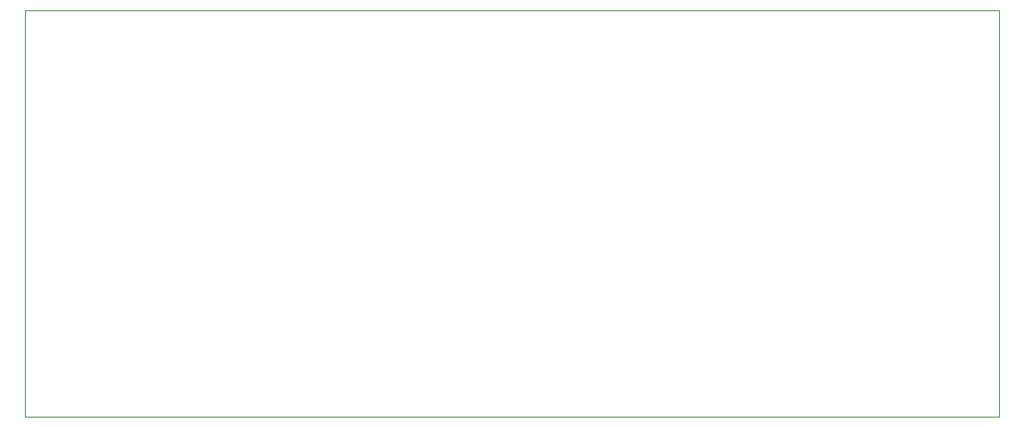
<source format=gbr>
%TF.GenerationSoftware,KiCad,Pcbnew,(5.1.10)-1*%
%TF.CreationDate,2021-09-23T19:24:58-05:00*%
%TF.ProjectId,SNES DAEMONBITE,534e4553-2044-4414-954d-4f4e42495445,rev?*%
%TF.SameCoordinates,Original*%
%TF.FileFunction,Profile,NP*%
%FSLAX46Y46*%
G04 Gerber Fmt 4.6, Leading zero omitted, Abs format (unit mm)*
G04 Created by KiCad (PCBNEW (5.1.10)-1) date 2021-09-23 19:24:58*
%MOMM*%
%LPD*%
G01*
G04 APERTURE LIST*
%TA.AperFunction,Profile*%
%ADD10C,0.050000*%
%TD*%
G04 APERTURE END LIST*
D10*
X221615000Y-114300000D02*
X221615000Y-74295000D01*
X125730000Y-74295000D02*
X221615000Y-74295000D01*
X125730000Y-114300000D02*
X125730000Y-74295000D01*
X221615000Y-114300000D02*
X125730000Y-114300000D01*
M02*

</source>
